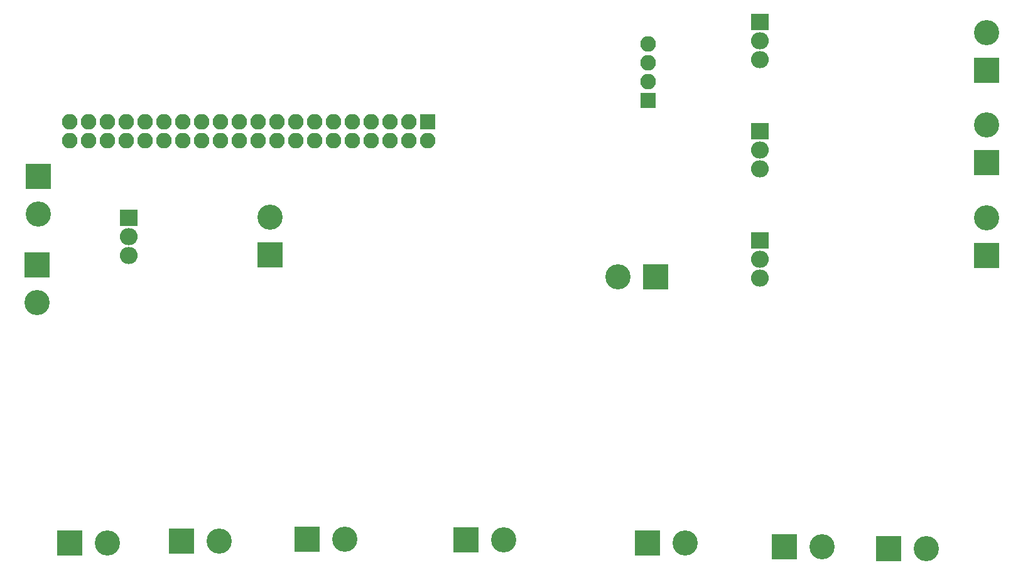
<source format=gbr>
G04 #@! TF.GenerationSoftware,KiCad,Pcbnew,(5.0.0)*
G04 #@! TF.CreationDate,2021-03-26T16:55:41-04:00*
G04 #@! TF.ProjectId,Projet_ControlledEnvironment,50726F6A65745F436F6E74726F6C6C65,2.0*
G04 #@! TF.SameCoordinates,Original*
G04 #@! TF.FileFunction,Soldermask,Bot*
G04 #@! TF.FilePolarity,Negative*
%FSLAX46Y46*%
G04 Gerber Fmt 4.6, Leading zero omitted, Abs format (unit mm)*
G04 Created by KiCad (PCBNEW (5.0.0)) date 03/26/21 16:55:41*
%MOMM*%
%LPD*%
G01*
G04 APERTURE LIST*
%ADD10O,2.400000X2.305000*%
%ADD11R,2.400000X2.305000*%
%ADD12O,2.100000X2.100000*%
%ADD13R,2.100000X2.100000*%
%ADD14C,3.400000*%
%ADD15R,3.400000X3.400000*%
G04 APERTURE END LIST*
D10*
G04 #@! TO.C,U209*
X77400000Y-78480000D03*
X77400000Y-75940000D03*
D11*
X77400000Y-73400000D03*
G04 #@! TD*
D10*
G04 #@! TO.C,U203*
X162500000Y-81580000D03*
X162500000Y-79040000D03*
D11*
X162500000Y-76500000D03*
G04 #@! TD*
D12*
G04 #@! TO.C,J201*
X84610301Y-60460000D03*
X92230301Y-63000000D03*
X112550301Y-63000000D03*
X94770301Y-60460000D03*
X97310301Y-60460000D03*
X102390301Y-60460000D03*
X107470301Y-63000000D03*
X112550301Y-60460000D03*
X82070301Y-63000000D03*
X92230301Y-60460000D03*
X79530301Y-63000000D03*
X107470301Y-60460000D03*
X71910301Y-63000000D03*
X84610301Y-63000000D03*
X71910301Y-60460000D03*
X74450301Y-60460000D03*
X115090301Y-63000000D03*
X79530301Y-60460000D03*
X94770301Y-63000000D03*
X115090301Y-60460000D03*
X76990301Y-63000000D03*
X87150301Y-63000000D03*
X69370301Y-63000000D03*
X104930301Y-63000000D03*
X89690301Y-63000000D03*
X97310301Y-63000000D03*
X69370301Y-60460000D03*
X76990301Y-60460000D03*
X74450301Y-63000000D03*
X99850301Y-63000000D03*
X117630301Y-63000000D03*
X110010301Y-60460000D03*
X89690301Y-60460000D03*
X102390301Y-63000000D03*
X104930301Y-60460000D03*
D13*
X117630301Y-60460000D03*
D12*
X87150301Y-60460000D03*
X99850301Y-60460000D03*
X110010301Y-63000000D03*
X82070301Y-60460000D03*
G04 #@! TD*
D14*
G04 #@! TO.C,J409*
X184880000Y-118050000D03*
D15*
X179800000Y-118050000D03*
G04 #@! TD*
D10*
G04 #@! TO.C,U201*
X162500000Y-52080000D03*
X162500000Y-49540000D03*
D11*
X162500000Y-47000000D03*
G04 #@! TD*
D10*
G04 #@! TO.C,U202*
X162500000Y-66830000D03*
X162500000Y-64290000D03*
D11*
X162500000Y-61750000D03*
G04 #@! TD*
D14*
G04 #@! TO.C,J401*
X193000000Y-48420000D03*
D15*
X193000000Y-53500000D03*
G04 #@! TD*
G04 #@! TO.C,J402*
X193000000Y-66000000D03*
D14*
X193000000Y-60920000D03*
G04 #@! TD*
G04 #@! TO.C,J403*
X193000000Y-73420000D03*
D15*
X193000000Y-78500000D03*
G04 #@! TD*
D13*
G04 #@! TO.C,J404*
X147400000Y-57600000D03*
D12*
X147400000Y-55060000D03*
X147400000Y-52520000D03*
X147400000Y-49980000D03*
G04 #@! TD*
D15*
G04 #@! TO.C,J405*
X69450000Y-117300000D03*
D14*
X74530000Y-117300000D03*
G04 #@! TD*
D15*
G04 #@! TO.C,J406*
X84450000Y-117050000D03*
D14*
X89530000Y-117050000D03*
G04 #@! TD*
G04 #@! TO.C,J407*
X106530000Y-116800000D03*
D15*
X101450000Y-116800000D03*
G04 #@! TD*
G04 #@! TO.C,J408*
X122850000Y-116850000D03*
D14*
X127930000Y-116850000D03*
G04 #@! TD*
D15*
G04 #@! TO.C,J410*
X147334136Y-117250000D03*
D14*
X152414135Y-117250000D03*
G04 #@! TD*
D15*
G04 #@! TO.C,J411*
X65200000Y-67800000D03*
D14*
X65200000Y-72880000D03*
G04 #@! TD*
G04 #@! TO.C,J412*
X143320000Y-81400000D03*
D15*
X148400000Y-81400000D03*
G04 #@! TD*
G04 #@! TO.C,J413*
X165800000Y-117800000D03*
D14*
X170880000Y-117800000D03*
G04 #@! TD*
G04 #@! TO.C,J414*
X65000000Y-84880000D03*
D15*
X65000000Y-79800000D03*
G04 #@! TD*
D14*
G04 #@! TO.C,J416*
X96400000Y-73320001D03*
D15*
X96400000Y-78400001D03*
G04 #@! TD*
M02*

</source>
